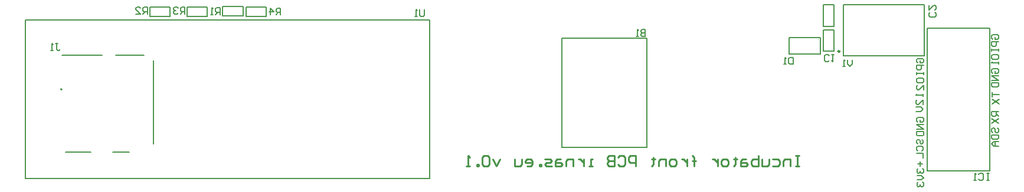
<source format=gbo>
G04 Layer_Color=32896*
%FSAX25Y25*%
%MOIN*%
G70*
G01*
G75*
%ADD39C,0.00787*%
%ADD40C,0.00591*%
%ADD66C,0.00984*%
%ADD67C,0.00394*%
%ADD68C,0.00500*%
%ADD69C,0.00630*%
%ADD70C,0.01090*%
D39*
X0654206Y0287639D02*
X0654332Y0287513D01*
X0654206Y0287639D02*
Y0308183D01*
X0654187Y0287513D02*
X0667218D01*
X0654206Y0308183D02*
Y0368261D01*
X0689639D01*
Y0287513D02*
Y0368261D01*
X0667218Y0287513D02*
X0689639D01*
X0606850Y0352869D02*
Y0381570D01*
X0652558D01*
X0652637Y0381491D01*
Y0352869D02*
Y0381491D01*
X0606850Y0352869D02*
X0652637D01*
X0595547Y0367305D02*
X0601492D01*
Y0355258D02*
Y0367305D01*
X0595547Y0355258D02*
X0601492D01*
X0595547D02*
Y0367305D01*
X0601553Y0369495D02*
Y0381542D01*
X0595608D02*
X0601553D01*
X0595608Y0369495D02*
Y0381542D01*
Y0369495D02*
X0601553D01*
X0593898Y0353712D02*
Y0362885D01*
X0576181Y0353712D02*
X0593898D01*
X0576063Y0353830D02*
X0576181Y0353712D01*
X0576063Y0353830D02*
Y0362885D01*
X0593898D01*
X0144693Y0283100D02*
X0373236D01*
X0144693D02*
Y0373061D01*
X0373236D01*
Y0283100D02*
Y0373061D01*
X0269583Y0375200D02*
Y0380515D01*
Y0375200D02*
X0281000D01*
Y0380515D01*
X0269583D02*
X0281000D01*
X0236200Y0374985D02*
X0247617D01*
X0236200D02*
Y0380300D01*
X0247617D01*
Y0374985D02*
Y0380300D01*
X0226617Y0374985D02*
Y0380300D01*
X0215200D02*
X0226617D01*
X0215200Y0374985D02*
Y0380300D01*
Y0374985D02*
X0226617D01*
X0256283Y0380615D02*
X0267700D01*
Y0375300D02*
Y0380615D01*
X0256283Y0375300D02*
X0267700D01*
X0256283D02*
Y0380615D01*
X0495760Y0300785D02*
X0495892Y0301180D01*
X0447939Y0300785D02*
X0447979Y0305943D01*
Y0307714D01*
Y0362557D01*
X0447939Y0300785D02*
X0495760D01*
X0495892Y0301180D02*
Y0362557D01*
X0447979D02*
X0495892D01*
D40*
X0689100Y0286136D02*
X0687788D01*
X0688444D01*
Y0282200D01*
X0689100D01*
X0687788D01*
X0683196Y0285480D02*
X0683852Y0286136D01*
X0685164D01*
X0685820Y0285480D01*
Y0282856D01*
X0685164Y0282200D01*
X0683852D01*
X0683196Y0282856D01*
X0681884Y0282200D02*
X0680573D01*
X0681228D01*
Y0286136D01*
X0681884Y0285480D01*
X0611800Y0350536D02*
Y0347912D01*
X0610488Y0346600D01*
X0609176Y0347912D01*
Y0350536D01*
X0607864Y0346600D02*
X0606552D01*
X0607208D01*
Y0350536D01*
X0607864Y0349880D01*
X0598824Y0350120D02*
X0598168Y0349464D01*
X0596856D01*
X0596200Y0350120D01*
Y0352744D01*
X0596856Y0353400D01*
X0598168D01*
X0598824Y0352744D01*
X0600136Y0353400D02*
X0601448D01*
X0600792D01*
Y0349464D01*
X0600136Y0350120D01*
X0658480Y0377324D02*
X0659136Y0376668D01*
Y0375356D01*
X0658480Y0374700D01*
X0655856D01*
X0655200Y0375356D01*
Y0376668D01*
X0655856Y0377324D01*
X0655200Y0381260D02*
Y0378636D01*
X0657824Y0381260D01*
X0658480D01*
X0659136Y0380604D01*
Y0379292D01*
X0658480Y0378636D01*
X0578500Y0351836D02*
Y0347900D01*
X0576532D01*
X0575876Y0348556D01*
Y0351180D01*
X0576532Y0351836D01*
X0578500D01*
X0574564Y0347900D02*
X0573252D01*
X0573908D01*
Y0351836D01*
X0574564Y0351180D01*
X0495000Y0367736D02*
Y0363800D01*
X0493032D01*
X0492376Y0364456D01*
Y0365112D01*
X0493032Y0365768D01*
X0495000D01*
X0493032D01*
X0492376Y0366424D01*
Y0367080D01*
X0493032Y0367736D01*
X0495000D01*
X0491064Y0363800D02*
X0489752D01*
X0490408D01*
Y0367736D01*
X0491064Y0367080D01*
X0648820Y0315076D02*
X0648164Y0315732D01*
Y0317044D01*
X0648820Y0317700D01*
X0651444D01*
X0652100Y0317044D01*
Y0315732D01*
X0651444Y0315076D01*
X0650132D01*
Y0316388D01*
X0652100Y0313764D02*
X0648164D01*
X0652100Y0311140D01*
X0648164D01*
Y0309828D02*
X0652100D01*
Y0307861D01*
X0651444Y0307205D01*
X0648820D01*
X0648164Y0307861D01*
Y0309828D01*
X0691320Y0342776D02*
X0690664Y0343432D01*
Y0344744D01*
X0691320Y0345400D01*
X0693944D01*
X0694600Y0344744D01*
Y0343432D01*
X0693944Y0342776D01*
X0692632D01*
Y0344088D01*
X0694600Y0341464D02*
X0690664D01*
X0694600Y0338840D01*
X0690664D01*
Y0337528D02*
X0694600D01*
Y0335561D01*
X0693944Y0334905D01*
X0691320D01*
X0690664Y0335561D01*
Y0337528D01*
X0650332Y0292700D02*
Y0290076D01*
X0649020Y0291388D02*
X0651644D01*
X0649020Y0288764D02*
X0648364Y0288108D01*
Y0286796D01*
X0649020Y0286140D01*
X0649676D01*
X0650332Y0286796D01*
Y0287452D01*
Y0286796D01*
X0650988Y0286140D01*
X0651644D01*
X0652300Y0286796D01*
Y0288108D01*
X0651644Y0288764D01*
X0648364Y0284828D02*
X0650988D01*
X0652300Y0283517D01*
X0650988Y0282205D01*
X0648364D01*
X0649020Y0280893D02*
X0648364Y0280237D01*
Y0278925D01*
X0649020Y0278269D01*
X0649676D01*
X0650332Y0278925D01*
Y0279581D01*
Y0278925D01*
X0650988Y0278269D01*
X0651644D01*
X0652300Y0278925D01*
Y0280237D01*
X0651644Y0280893D01*
X0648720Y0302576D02*
X0648064Y0303232D01*
Y0304544D01*
X0648720Y0305200D01*
X0649376D01*
X0650032Y0304544D01*
Y0303232D01*
X0650688Y0302576D01*
X0651344D01*
X0652000Y0303232D01*
Y0304544D01*
X0651344Y0305200D01*
X0648720Y0298640D02*
X0648064Y0299296D01*
Y0300608D01*
X0648720Y0301264D01*
X0651344D01*
X0652000Y0300608D01*
Y0299296D01*
X0651344Y0298640D01*
X0648064Y0297328D02*
X0652000D01*
Y0294705D01*
X0691320Y0309176D02*
X0690664Y0309832D01*
Y0311144D01*
X0691320Y0311800D01*
X0691976D01*
X0692632Y0311144D01*
Y0309832D01*
X0693288Y0309176D01*
X0693944D01*
X0694600Y0309832D01*
Y0311144D01*
X0693944Y0311800D01*
X0690664Y0307864D02*
X0694600D01*
Y0305896D01*
X0693944Y0305240D01*
X0691320D01*
X0690664Y0305896D01*
Y0307864D01*
X0694600Y0303928D02*
X0691976D01*
X0690664Y0302617D01*
X0691976Y0301305D01*
X0694600D01*
X0692632D01*
Y0303928D01*
X0690964Y0332000D02*
Y0329376D01*
Y0330688D01*
X0694900D01*
X0690964Y0328064D02*
X0694900Y0325440D01*
X0690964D02*
X0694900Y0328064D01*
X0694600Y0321000D02*
X0690664D01*
Y0319032D01*
X0691320Y0318376D01*
X0692632D01*
X0693288Y0319032D01*
Y0321000D01*
Y0319688D02*
X0694600Y0318376D01*
X0690664Y0317064D02*
X0694600Y0314440D01*
X0690664D02*
X0694600Y0317064D01*
X0691320Y0361976D02*
X0690664Y0362632D01*
Y0363944D01*
X0691320Y0364600D01*
X0693944D01*
X0694600Y0363944D01*
Y0362632D01*
X0693944Y0361976D01*
X0692632D01*
Y0363288D01*
X0694600Y0360664D02*
X0690664D01*
Y0358696D01*
X0691320Y0358040D01*
X0692632D01*
X0693288Y0358696D01*
Y0360664D01*
X0690664Y0356729D02*
Y0355417D01*
Y0356073D01*
X0694600D01*
Y0356729D01*
Y0355417D01*
X0690664Y0351481D02*
Y0352793D01*
X0691320Y0353449D01*
X0693944D01*
X0694600Y0352793D01*
Y0351481D01*
X0693944Y0350825D01*
X0691320D01*
X0690664Y0351481D01*
X0694600Y0349513D02*
Y0348201D01*
Y0348857D01*
X0690664D01*
X0691320Y0349513D01*
X0648820Y0348576D02*
X0648164Y0349232D01*
Y0350544D01*
X0648820Y0351200D01*
X0651444D01*
X0652100Y0350544D01*
Y0349232D01*
X0651444Y0348576D01*
X0650132D01*
Y0349888D01*
X0652100Y0347264D02*
X0648164D01*
Y0345296D01*
X0648820Y0344640D01*
X0650132D01*
X0650788Y0345296D01*
Y0347264D01*
X0648164Y0343328D02*
Y0342017D01*
Y0342673D01*
X0652100D01*
Y0343328D01*
Y0342017D01*
X0648164Y0338081D02*
Y0339393D01*
X0648820Y0340049D01*
X0651444D01*
X0652100Y0339393D01*
Y0338081D01*
X0651444Y0337425D01*
X0648820D01*
X0648164Y0338081D01*
X0652100Y0333489D02*
Y0336113D01*
X0649476Y0333489D01*
X0648820D01*
X0648164Y0334145D01*
Y0335457D01*
X0648820Y0336113D01*
X0651900Y0330900D02*
Y0329588D01*
Y0330244D01*
X0647964D01*
X0648620Y0330900D01*
X0651900Y0324996D02*
Y0327620D01*
X0649276Y0324996D01*
X0648620D01*
X0647964Y0325652D01*
Y0326964D01*
X0648620Y0327620D01*
X0647964Y0323685D02*
X0650588D01*
X0651900Y0322373D01*
X0650588Y0321061D01*
X0647964D01*
D66*
X0604826Y0355192D02*
G03*
X0604826Y0355192I-0000536J0000000D01*
G01*
D67*
X0592677Y0361743D02*
G03*
X0592677Y0361743I-0000197J0000000D01*
G01*
D68*
X0165434Y0333610D02*
G03*
X0165434Y0333610I-0000396J0000000D01*
G01*
X0167519Y0298039D02*
X0181731D01*
X0194251D02*
X0203661D01*
X0165472Y0352961D02*
X0188031D01*
X0195984D02*
X0211968D01*
X0217046Y0302783D02*
Y0350067D01*
D69*
X0370100Y0378936D02*
Y0375656D01*
X0369444Y0375000D01*
X0368132D01*
X0367476Y0375656D01*
Y0378936D01*
X0366164Y0375000D02*
X0364852D01*
X0365508D01*
Y0378936D01*
X0366164Y0378280D01*
X0289000Y0375900D02*
Y0379836D01*
X0287032D01*
X0286376Y0379180D01*
Y0377868D01*
X0287032Y0377212D01*
X0289000D01*
X0287688D02*
X0286376Y0375900D01*
X0283096D02*
Y0379836D01*
X0285064Y0377868D01*
X0282440D01*
X0235000Y0376300D02*
Y0380236D01*
X0233032D01*
X0232376Y0379580D01*
Y0378268D01*
X0233032Y0377612D01*
X0235000D01*
X0233688D02*
X0232376Y0376300D01*
X0231064Y0379580D02*
X0230408Y0380236D01*
X0229096D01*
X0228440Y0379580D01*
Y0378924D01*
X0229096Y0378268D01*
X0229752D01*
X0229096D01*
X0228440Y0377612D01*
Y0376956D01*
X0229096Y0376300D01*
X0230408D01*
X0231064Y0376956D01*
X0213900Y0376300D02*
Y0380236D01*
X0211932D01*
X0211276Y0379580D01*
Y0378268D01*
X0211932Y0377612D01*
X0213900D01*
X0212588D02*
X0211276Y0376300D01*
X0207340D02*
X0209964D01*
X0207340Y0378924D01*
Y0379580D01*
X0207996Y0380236D01*
X0209308D01*
X0209964Y0379580D01*
X0254700Y0376100D02*
Y0380036D01*
X0252732D01*
X0252076Y0379380D01*
Y0378068D01*
X0252732Y0377412D01*
X0254700D01*
X0253388D02*
X0252076Y0376100D01*
X0250764D02*
X0249452D01*
X0250108D01*
Y0380036D01*
X0250764Y0379380D01*
X0161876Y0359636D02*
X0163188D01*
X0162532D01*
Y0356356D01*
X0163188Y0355700D01*
X0163844D01*
X0164500Y0356356D01*
X0160564Y0355700D02*
X0159252D01*
X0159908D01*
Y0359636D01*
X0160564Y0358980D01*
D70*
X0582000Y0296035D02*
X0579988D01*
X0580994D01*
Y0290000D01*
X0582000D01*
X0579988D01*
X0576971D02*
Y0294023D01*
X0573953D01*
X0572947Y0293018D01*
Y0290000D01*
X0566912Y0294023D02*
X0569930D01*
X0570936Y0293018D01*
Y0291006D01*
X0569930Y0290000D01*
X0566912D01*
X0564901Y0294023D02*
Y0291006D01*
X0563895Y0290000D01*
X0560877D01*
Y0294023D01*
X0558866Y0296035D02*
Y0290000D01*
X0555848D01*
X0554842Y0291006D01*
Y0292012D01*
Y0293018D01*
X0555848Y0294023D01*
X0558866D01*
X0551825D02*
X0549813D01*
X0548807Y0293018D01*
Y0290000D01*
X0551825D01*
X0552831Y0291006D01*
X0551825Y0292012D01*
X0548807D01*
X0545790Y0295029D02*
Y0294023D01*
X0546796D01*
X0544784D01*
X0545790D01*
Y0291006D01*
X0544784Y0290000D01*
X0540761D02*
X0538749D01*
X0537743Y0291006D01*
Y0293018D01*
X0538749Y0294023D01*
X0540761D01*
X0541766Y0293018D01*
Y0291006D01*
X0540761Y0290000D01*
X0535731Y0294023D02*
Y0290000D01*
Y0292012D01*
X0534725Y0293018D01*
X0533720Y0294023D01*
X0532714D01*
X0522655Y0290000D02*
Y0295029D01*
Y0293018D01*
X0523661D01*
X0521650D01*
X0522655D01*
Y0295029D01*
X0521650Y0296035D01*
X0518632Y0294023D02*
Y0290000D01*
Y0292012D01*
X0517626Y0293018D01*
X0516620Y0294023D01*
X0515615D01*
X0511591Y0290000D02*
X0509579D01*
X0508573Y0291006D01*
Y0293018D01*
X0509579Y0294023D01*
X0511591D01*
X0512597Y0293018D01*
Y0291006D01*
X0511591Y0290000D01*
X0506562D02*
Y0294023D01*
X0503544D01*
X0502538Y0293018D01*
Y0290000D01*
X0499521Y0295029D02*
Y0294023D01*
X0500527D01*
X0498515D01*
X0499521D01*
Y0291006D01*
X0498515Y0290000D01*
X0489463D02*
Y0296035D01*
X0486445D01*
X0485439Y0295029D01*
Y0293018D01*
X0486445Y0292012D01*
X0489463D01*
X0479404Y0295029D02*
X0480410Y0296035D01*
X0482422D01*
X0483427Y0295029D01*
Y0291006D01*
X0482422Y0290000D01*
X0480410D01*
X0479404Y0291006D01*
X0477392Y0296035D02*
Y0290000D01*
X0474375D01*
X0473369Y0291006D01*
Y0292012D01*
X0474375Y0293018D01*
X0477392D01*
X0474375D01*
X0473369Y0294023D01*
Y0295029D01*
X0474375Y0296035D01*
X0477392D01*
X0465322Y0290000D02*
X0463311D01*
X0464317D01*
Y0294023D01*
X0465322D01*
X0460293D02*
Y0290000D01*
Y0292012D01*
X0459287Y0293018D01*
X0458282Y0294023D01*
X0457276D01*
X0454258Y0290000D02*
Y0294023D01*
X0451241D01*
X0450235Y0293018D01*
Y0290000D01*
X0447217Y0294023D02*
X0445205D01*
X0444200Y0293018D01*
Y0290000D01*
X0447217D01*
X0448223Y0291006D01*
X0447217Y0292012D01*
X0444200D01*
X0442188Y0290000D02*
X0439171D01*
X0438165Y0291006D01*
X0439171Y0292012D01*
X0441182D01*
X0442188Y0293018D01*
X0441182Y0294023D01*
X0438165D01*
X0436153Y0290000D02*
Y0291006D01*
X0435147D01*
Y0290000D01*
X0436153D01*
X0428106D02*
X0430118D01*
X0431124Y0291006D01*
Y0293018D01*
X0430118Y0294023D01*
X0428106D01*
X0427100Y0293018D01*
Y0292012D01*
X0431124D01*
X0425089Y0294023D02*
Y0291006D01*
X0424083Y0290000D01*
X0421065D01*
Y0294023D01*
X0413019D02*
X0411007Y0290000D01*
X0408995Y0294023D01*
X0406984Y0295029D02*
X0405978Y0296035D01*
X0403966D01*
X0402960Y0295029D01*
Y0291006D01*
X0403966Y0290000D01*
X0405978D01*
X0406984Y0291006D01*
Y0295029D01*
X0400948Y0290000D02*
Y0291006D01*
X0399943D01*
Y0290000D01*
X0400948D01*
X0395919D02*
X0393908D01*
X0394913D01*
Y0296035D01*
X0395919Y0295029D01*
M02*

</source>
